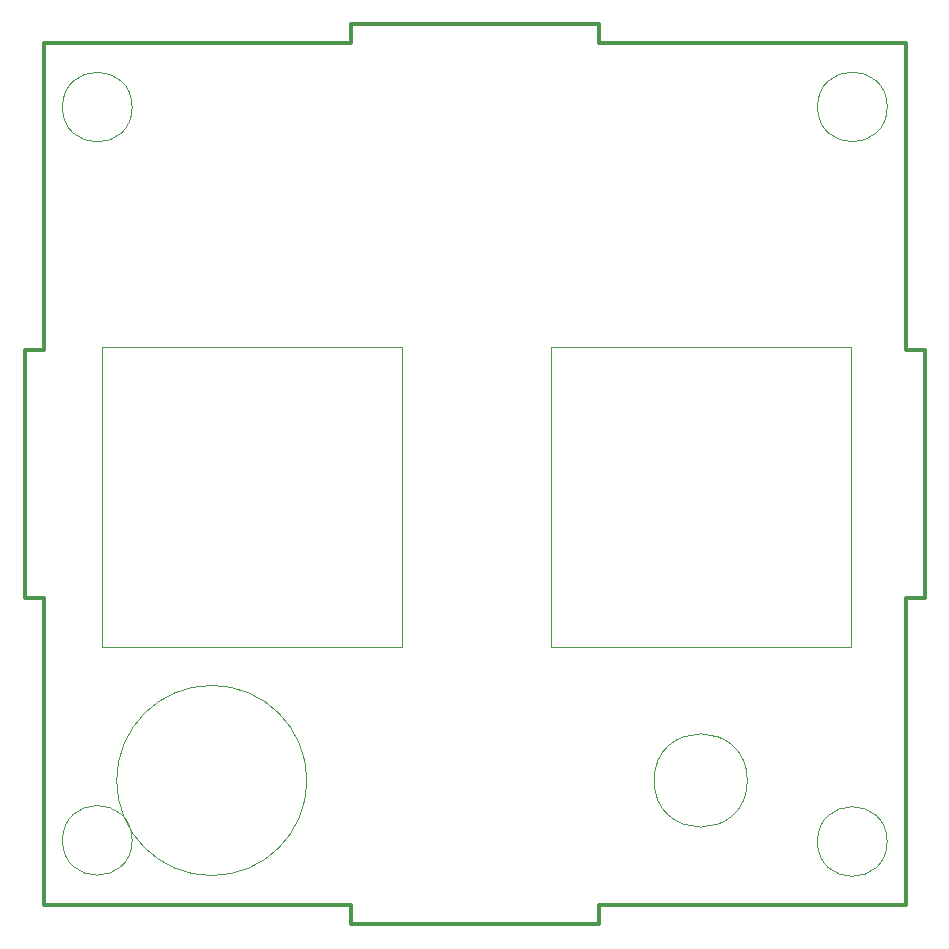
<source format=gbr>
%TF.GenerationSoftware,KiCad,Pcbnew,7.0.5-0*%
%TF.CreationDate,2024-04-21T20:18:31-04:00*%
%TF.ProjectId,swr_meter_rear,7377725f-6d65-4746-9572-5f726561722e,rev?*%
%TF.SameCoordinates,Original*%
%TF.FileFunction,Other,User*%
%FSLAX46Y46*%
G04 Gerber Fmt 4.6, Leading zero omitted, Abs format (unit mm)*
G04 Created by KiCad (PCBNEW 7.0.5-0) date 2024-04-21 20:18:31*
%MOMM*%
%LPD*%
G01*
G04 APERTURE LIST*
%ADD10C,0.050000*%
%ADD11C,0.100000*%
%TA.AperFunction,Profile*%
%ADD12C,0.349999*%
%TD*%
G04 APERTURE END LIST*
D10*
%TO.C,H5*%
X159587884Y-89421332D02*
G75*
G03*
X159587884Y-89421332I-3950000J0D01*
G01*
%TO.C,H16*%
X107499998Y-94490000D02*
G75*
G03*
X107499998Y-94490000I-2950000J0D01*
G01*
%TO.C,REF\u002A\u002A*%
X122287884Y-89421332D02*
G75*
G03*
X122287884Y-89421332I-8050000J0D01*
G01*
%TO.C,H15*%
X107499998Y-32410000D02*
G75*
G03*
X107499998Y-32410000I-2950000J0D01*
G01*
%TO.C,H18*%
X171419998Y-94590000D02*
G75*
G03*
X171419998Y-94590000I-2950000J0D01*
G01*
%TO.C,H17*%
X171429998Y-32390000D02*
G75*
G03*
X171429998Y-32390000I-2950000J0D01*
G01*
D11*
%TO.C,J51*%
X130337884Y-52688658D02*
X104937884Y-52688658D01*
X104937884Y-52688658D02*
X104937884Y-78088658D01*
X104937884Y-78088658D02*
X130337884Y-78088658D01*
X130337884Y-78088658D02*
X130337884Y-52688658D01*
%TO.C,J52*%
X168337884Y-52688658D02*
X142937884Y-52688658D01*
X142937884Y-52688658D02*
X142937884Y-78088658D01*
X142937884Y-78088658D02*
X168337884Y-78088658D01*
X168337884Y-78088658D02*
X168337884Y-52688658D01*
%TD*%
D12*
X173000000Y-27000000D02*
X147000000Y-27000000D01*
X126000000Y-100000000D02*
X100000000Y-100000000D01*
X147000000Y-25400002D02*
X126000000Y-25400002D01*
X173000000Y-53000000D02*
X173000000Y-27000000D01*
X173000000Y-74000000D02*
X174599998Y-74000000D01*
X174599998Y-74000000D02*
X174599998Y-53000000D01*
X98400001Y-74000000D02*
X100000000Y-74000000D01*
X100000000Y-53000000D02*
X98400001Y-53000000D01*
X100000000Y-74000000D02*
X100000000Y-100000000D01*
X98400001Y-53000000D02*
X98400001Y-74000000D01*
X174599998Y-53000000D02*
X173000000Y-53000000D01*
X100000000Y-27000000D02*
X100000000Y-53000000D01*
X126000000Y-25400002D02*
X126000000Y-27000000D01*
X147000000Y-101599999D02*
X147000000Y-100000000D01*
X147000000Y-25400002D02*
X147000000Y-27000000D01*
X126000000Y-100000000D02*
X126000000Y-101599999D01*
X126000000Y-101599999D02*
X147000000Y-101599999D01*
X126000000Y-27000000D02*
X100000000Y-27000000D01*
X173000000Y-100000000D02*
X173000000Y-74000000D01*
X147000000Y-100000000D02*
X173000000Y-100000000D01*
M02*

</source>
